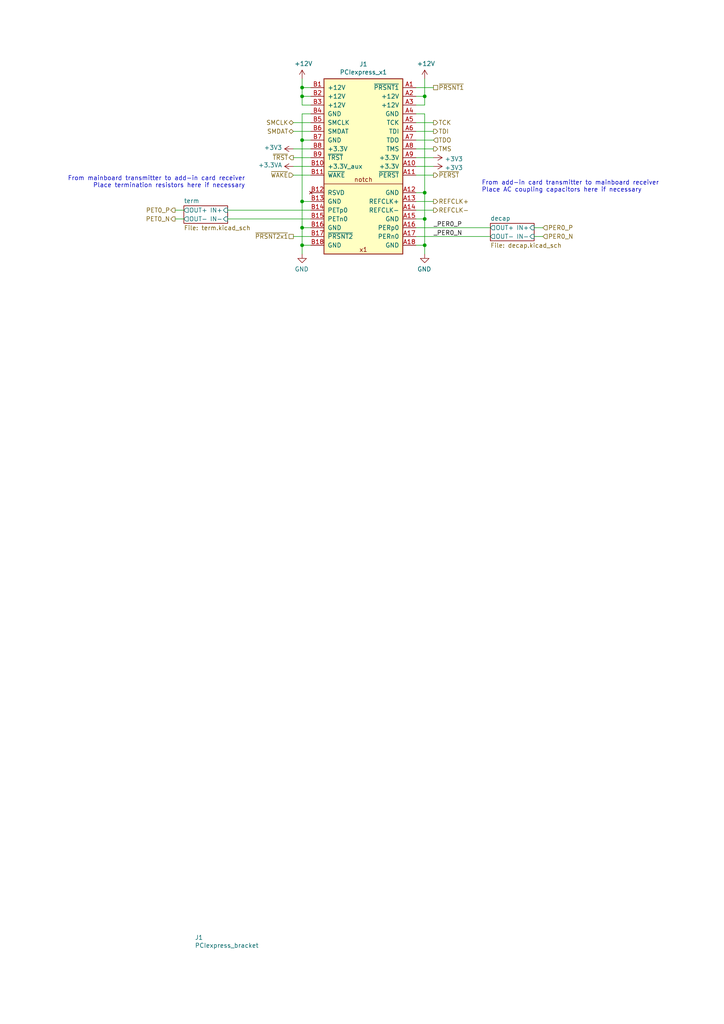
<source format=kicad_sch>
(kicad_sch (version 20250114) (generator "eeschema") (generator_version "9.0")
  (paper "A4" portrait)
  (title_block (title "PCIexpress_x1_full") (company "Author: Luca Anastasio"))
  (lib_symbols
    (symbol "PCIexpress:PCIexpress_bracket" (pin_names (offset 1.016))
      (property "Reference" "J" (at 0 0 0))
      (property "Value" "PCIexpress_bracket" (at 0 0 0))
    )
    (symbol "PCIexpress:PCIexpress_x1" (pin_names (offset 1.016))
      (property "Reference" "J" (at 0 3.81 0))
      (property "Value" "PCIexpress_x1" (at 0 1.27 0))
      (symbol "PCIexpress_x1_0_0"
        (text "notch" (at 0 -29.21 0) (effects (font (size 1.27 1.27))))
        (text "x1" (at 0 -49.53 0) (effects (font (size 1.27 1.27))))
      )
      (symbol "PCIexpress_x1_0_1"
        (polyline (pts (xy 11.43 -30.48) (xy -11.43 -30.48)))
      )
      (symbol "PCIexpress_x1_1_1"
        (rectangle (start 11.43 0) (end -11.43 -50.8) (stroke (width 0.254)) (fill (type background)))
        (pin power_out line (at -15.24 -2.54 0) (length 3.81) (name "+12V") (number "B1"))
        (pin power_out line (at -15.24 -5.08 0) (length 3.81) (name "+12V") (number "B2"))
        (pin power_out line (at -15.24 -7.62 0) (length 3.81) (name "+12V") (number "B3"))
        (pin power_out line (at -15.24 -10.16 0) (length 3.81) (name "GND") (number "B4"))
        (pin open_collector line (at -15.24 -12.7 0) (length 3.81) (name "SMCLK") (number "B5"))
        (pin open_collector line (at -15.24 -15.24 0) (length 3.81) (name "SMDAT") (number "B6"))
        (pin power_out line (at -15.24 -17.78 0) (length 3.81) (name "GND") (number "B7"))
        (pin power_out line (at -15.24 -20.32 0) (length 3.81) (name "+3.3V") (number "B8"))
        (pin output line (at -15.24 -22.86 0) (length 3.81) (name "~{TRST}") (number "B9"))
        (pin power_out line (at -15.24 -25.4 0) (length 3.81) (name "+3.3V_aux") (number "B10"))
        (pin open_collector line (at -15.24 -27.94 0) (length 3.81) (name "~{WAKE}") (number "B11"))
        (pin no_connect line (at -15.24 -33.02 0) (length 3.81) (name "RSVD") (number "B12"))
        (pin power_out line (at -15.24 -35.56 0) (length 3.81) (name "GND") (number "B13"))
        (pin output line (at -15.24 -38.1 0) (length 3.81) (name "PETp0") (number "B14"))
        (pin output line (at -15.24 -40.64 0) (length 3.81) (name "PETn0") (number "B15"))
        (pin power_out line (at -15.24 -43.18 0) (length 3.81) (name "GND") (number "B16"))
        (pin passive line (at -15.24 -45.72 0) (length 3.81) (name "~{PRSNT2}") (number "B17"))
        (pin power_out line (at -15.24 -48.26 0) (length 3.81) (name "GND") (number "B18"))
        (pin passive line (at 15.24 -2.54 180) (length 3.81) (name "~{PRSNT1}") (number "A1"))
        (pin power_out line (at 15.24 -5.08 180) (length 3.81) (name "+12V") (number "A2"))
        (pin power_out line (at 15.24 -7.62 180) (length 3.81) (name "+12V") (number "A3"))
        (pin power_out line (at 15.24 -10.16 180) (length 3.81) (name "GND") (number "A4"))
        (pin output line (at 15.24 -12.7 180) (length 3.81) (name "TCK") (number "A5"))
        (pin output line (at 15.24 -15.24 180) (length 3.81) (name "TDI") (number "A6"))
        (pin input line (at 15.24 -17.78 180) (length 3.81) (name "TDO") (number "A7"))
        (pin output line (at 15.24 -20.32 180) (length 3.81) (name "TMS") (number "A8"))
        (pin power_out line (at 15.24 -22.86 180) (length 3.81) (name "+3.3V") (number "A9"))
        (pin power_out line (at 15.24 -25.4 180) (length 3.81) (name "+3.3V") (number "A10"))
        (pin output line (at 15.24 -27.94 180) (length 3.81) (name "~{PERST}") (number "A11"))
        (pin power_out line (at 15.24 -33.02 180) (length 3.81) (name "GND") (number "A12"))
        (pin output line (at 15.24 -35.56 180) (length 3.81) (name "REFCLK+") (number "A13"))
        (pin output line (at 15.24 -38.1 180) (length 3.81) (name "REFCLK-") (number "A14"))
        (pin power_out line (at 15.24 -40.64 180) (length 3.81) (name "GND") (number "A15"))
        (pin input line (at 15.24 -43.18 180) (length 3.81) (name "PERp0") (number "A16"))
        (pin input line (at 15.24 -45.72 180) (length 3.81) (name "PERn0") (number "A17"))
        (pin power_out line (at 15.24 -48.26 180) (length 3.81) (name "GND") (number "A18"))
      )
    )
    (symbol "PCIexpress_x1_full-rescue:+3.3V-power" (power) (pin_names (offset 0))
      (property "Value" "+3.3V-power" (at 0 3.556 0))
      (symbol "+3.3V-power_0_1"
        (polyline (pts (xy -0.762 1.27) (xy 0 2.54)))
        (polyline (pts (xy 0 2.54) (xy 0.762 1.27)))
        (polyline (pts (xy 0 0) (xy 0 2.54)))
      )
      (symbol "+3.3V-power_1_1"
        (pin power_in line (at 0 0 90) (length 0) (hide yes) (name "+3V3") (number "1"))
      )
    )
    (symbol "power:+12V" (power) (pin_names (offset 0))
      (property "Value" "+12V" (at 0 3.556 0))
      (symbol "+12V_0_1"
        (polyline (pts (xy -0.762 1.27) (xy 0 2.54)))
        (polyline (pts (xy 0 2.54) (xy 0.762 1.27)))
        (polyline (pts (xy 0 0) (xy 0 2.54)))
      )
      (symbol "+12V_1_1"
        (pin power_in line (at 0 0 90) (length 0) (hide yes) (name "+12V") (number "1"))
      )
    )
    (symbol "power:+3.3VA" (power) (pin_names (offset 0))
      (property "Value" "+3.3VA" (at 0 3.556 0))
      (symbol "+3.3VA_0_1"
        (polyline (pts (xy -0.762 1.27) (xy 0 2.54)))
        (polyline (pts (xy 0 2.54) (xy 0.762 1.27)))
        (polyline (pts (xy 0 0) (xy 0 2.54)))
      )
      (symbol "+3.3VA_1_1"
        (pin power_in line (at 0 0 90) (length 0) (hide yes) (name "+3.3VA") (number "1"))
      )
    )
    (symbol "power:GND" (power) (pin_names (offset 0))
      (property "Value" "GND" (at 0 -3.81 0))
      (symbol "GND_0_1"
        (polyline (pts (xy 0 0) (xy 0 -1.27) (xy 1.27 -1.27) (xy 0 -2.54) (xy -1.27 -1.27) (xy 0 -1.27)))
      )
      (symbol "GND_1_1"
        (pin power_in line (at 0 0 270) (length 0) (hide yes) (name "GND") (number "1"))
      )
    )
  )
  (text "From add-in card transmitter to mainboard receiver\nPlace AC coupling capacitors here if necessary" (at 139.7 55.88 0) (effects (font (size 1.27 1.27)) (justify left bottom)))
  (text "From mainboard transmitter to add-in card receiver\nPlace termination resistors here if necessary" (at 71.12 54.61 0) (effects (font (size 1.27 1.27)) (justify right bottom)))
  (junction (at 87.63 25.4))
  (junction (at 87.63 58.42))
  (junction (at 123.19 63.5))
  (junction (at 87.63 66.04))
  (junction (at 123.19 27.94))
  (junction (at 123.19 71.12))
  (junction (at 123.19 55.88))
  (junction (at 87.63 71.12))
  (junction (at 87.63 27.94))
  (junction (at 87.63 40.64))
  (wire (pts (xy 90.17 25.4) (xy 87.63 25.4)))
  (wire (pts (xy 87.63 27.94) (xy 90.17 27.94)))
  (wire (pts (xy 123.19 22.86) (xy 123.19 27.94)))
  (wire (pts (xy 90.17 66.04) (xy 87.63 66.04)))
  (wire (pts (xy 90.17 68.58) (xy 85.09 68.58)))
  (wire (pts (xy 120.65 66.04) (xy 142.24 66.04)))
  (wire (pts (xy 87.63 73.66) (xy 87.63 71.12)))
  (wire (pts (xy 90.17 40.64) (xy 87.63 40.64)))
  (wire (pts (xy 120.65 25.4) (xy 125.73 25.4)))
  (wire (pts (xy 123.19 55.88) (xy 123.19 63.5)))
  (wire (pts (xy 87.63 40.64) (xy 87.63 33.02)))
  (wire (pts (xy 120.65 60.96) (xy 125.73 60.96)))
  (wire (pts (xy 120.65 58.42) (xy 125.73 58.42)))
  (wire (pts (xy 87.63 66.04) (xy 87.63 58.42)))
  (wire (pts (xy 85.09 45.72) (xy 90.17 45.72)))
  (wire (pts (xy 87.63 30.48) (xy 87.63 27.94)))
  (wire (pts (xy 120.65 40.64) (xy 125.73 40.64)))
  (wire (pts (xy 120.65 68.58) (xy 142.24 68.58)))
  (wire (pts (xy 87.63 71.12) (xy 87.63 66.04)))
  (wire (pts (xy 154.94 68.58) (xy 157.48 68.58)))
  (wire (pts (xy 120.65 43.18) (xy 125.73 43.18)))
  (wire (pts (xy 120.65 30.48) (xy 123.19 30.48)))
  (wire (pts (xy 120.65 55.88) (xy 123.19 55.88)))
  (wire (pts (xy 120.65 35.56) (xy 125.73 35.56)))
  (wire (pts (xy 66.04 63.5) (xy 90.17 63.5)))
  (wire (pts (xy 90.17 71.12) (xy 87.63 71.12)))
  (wire (pts (xy 85.09 35.56) (xy 90.17 35.56)))
  (wire (pts (xy 120.65 48.26) (xy 125.73 48.26)))
  (wire (pts (xy 123.19 33.02) (xy 120.65 33.02)))
  (wire (pts (xy 85.09 38.1) (xy 90.17 38.1)))
  (wire (pts (xy 90.17 58.42) (xy 87.63 58.42)))
  (wire (pts (xy 87.63 25.4) (xy 87.63 22.86)))
  (wire (pts (xy 87.63 27.94) (xy 87.63 25.4)))
  (wire (pts (xy 50.8 60.96) (xy 53.34 60.96)))
  (wire (pts (xy 85.09 43.18) (xy 90.17 43.18)))
  (wire (pts (xy 123.19 30.48) (xy 123.19 27.94)))
  (wire (pts (xy 123.19 27.94) (xy 120.65 27.94)))
  (wire (pts (xy 66.04 60.96) (xy 90.17 60.96)))
  (wire (pts (xy 120.65 45.72) (xy 125.73 45.72)))
  (wire (pts (xy 154.94 66.04) (xy 157.48 66.04)))
  (wire (pts (xy 90.17 30.48) (xy 87.63 30.48)))
  (wire (pts (xy 87.63 33.02) (xy 90.17 33.02)))
  (wire (pts (xy 85.09 50.8) (xy 90.17 50.8)))
  (wire (pts (xy 120.65 63.5) (xy 123.19 63.5)))
  (wire (pts (xy 120.65 71.12) (xy 123.19 71.12)))
  (wire (pts (xy 85.09 48.26) (xy 90.17 48.26)))
  (wire (pts (xy 120.65 50.8) (xy 125.73 50.8)))
  (wire (pts (xy 123.19 63.5) (xy 123.19 71.12)))
  (wire (pts (xy 50.8 63.5) (xy 53.34 63.5)))
  (wire (pts (xy 123.19 33.02) (xy 123.19 55.88)))
  (wire (pts (xy 120.65 38.1) (xy 125.73 38.1)))
  (wire (pts (xy 87.63 58.42) (xy 87.63 40.64)))
  (wire (pts (xy 123.19 73.66) (xy 123.19 71.12)))
  (label "_PER0_P" (at 125.73 66.04 0))
  (label "_PER0_N" (at 125.73 68.58 0))
  (hierarchical_label "PER0_N" (shape input) (at 157.48 68.58 0))
  (hierarchical_label "TCK" (shape output) (at 125.73 35.56 0))
  (hierarchical_label "TDO" (shape input) (at 125.73 40.64 0))
  (hierarchical_label "SMDAT" (shape bidirectional) (at 85.09 38.1 180))
  (hierarchical_label "~{WAKE}" (shape input) (at 85.09 50.8 180))
  (hierarchical_label "PET0_N" (shape output) (at 50.8 63.5 180))
  (hierarchical_label "SMCLK" (shape bidirectional) (at 85.09 35.56 180))
  (hierarchical_label "REFCLK+" (shape output) (at 125.73 58.42 0))
  (hierarchical_label "~{PRSNT1}" (shape passive) (at 125.73 25.4 0))
  (hierarchical_label "~{PRSNT2x1}" (shape passive) (at 85.09 68.58 180))
  (hierarchical_label "REFCLK-" (shape output) (at 125.73 60.96 0))
  (hierarchical_label "TMS" (shape output) (at 125.73 43.18 0))
  (hierarchical_label "~{TRST}" (shape output) (at 85.09 45.72 180))
  (hierarchical_label "TDI" (shape output) (at 125.73 38.1 0))
  (hierarchical_label "~{PERST}" (shape output) (at 125.73 50.8 0))
  (hierarchical_label "PER0_P" (shape input) (at 157.48 66.04 0))
  (hierarchical_label "PET0_P" (shape output) (at 50.8 60.96 180))
  (symbol (lib_id "PCIexpress:PCIexpress_x1") (at 105.41 22.86 0) (unit 1)
    (property "Reference" "J1" (at 105.41 18.6182 0))
    (property "Value" "PCIexpress_x1" (at 105.41 20.9296 0))
    (property "Footprint" "PCIexpress:PCIexpress_x1" (effects (hide yes)))
  )
  (symbol (lib_id "PCIexpress:PCIexpress_bracket") (at 55.88 273.05 0) (unit 1)
    (property "Reference" "J1" (at 56.515 271.8816 0) (effects (justify left)))
    (property "Value" "PCIexpress_bracket" (at 56.515 274.193 0) (effects (justify left)))
    (property "Footprint" "PCIexpress:PCIexpress_bracket_full" (effects (hide yes)))
  )
  (symbol (lib_id "power:GND") (at 87.63 73.66 0) (mirror y) (unit 1)
    (property "Reference" "#PWR0101" (effects (hide yes)))
    (property "Value" "GND" (at 87.503 78.0542 0))
  )
  (symbol (lib_id "power:GND") (at 123.19 73.66 0) (mirror y) (unit 1)
    (property "Reference" "#PWR0102" (effects (hide yes)))
    (property "Value" "GND" (at 123.063 78.0542 0))
  )
  (symbol (lib_id "PCIexpress_x1_full-rescue:+3.3V-power") (at 85.09 43.18 90) (unit 1)
    (property "Reference" "#PWR0103" (effects (hide yes)))
    (property "Value" "+3V3" (at 81.8388 42.799 90) (effects (justify left)))
  )
  (symbol (lib_id "PCIexpress_x1_full-rescue:+3.3V-power") (at 125.73 45.72 270) (unit 1)
    (property "Reference" "#PWR0104" (effects (hide yes)))
    (property "Value" "+3V3" (at 128.9812 46.101 90) (effects (justify left)))
  )
  (symbol (lib_id "PCIexpress_x1_full-rescue:+3.3V-power") (at 125.73 48.26 270) (unit 1)
    (property "Reference" "#PWR0105" (effects (hide yes)))
    (property "Value" "+3V3" (at 128.9812 48.641 90) (effects (justify left)))
  )
  (symbol (lib_id "power:+3.3VA") (at 85.09 48.26 90) (unit 1)
    (property "Reference" "#PWR0106" (effects (hide yes)))
    (property "Value" "+3.3VA" (at 81.8642 47.879 90) (effects (justify left)))
  )
  (symbol (lib_id "power:+12V") (at 87.63 22.86 0) (unit 1)
    (property "Reference" "#PWR0107" (effects (hide yes)))
    (property "Value" "+12V" (at 88.011 18.4658 0))
  )
  (symbol (lib_id "power:+12V") (at 123.19 22.86 0) (unit 1)
    (property "Reference" "#PWR0108" (effects (hide yes)))
    (property "Value" "+12V" (at 123.571 18.4658 0))
  )
  (sheet (at 53.34 59.69) (size 12.7 5.08)
    (property "Sheetname" "term" (at 53.34 58.9784 0) (effects (justify left bottom)))
    (property "Sheetfile" "term.kicad_sch" (at 53.34 65.3546 0) (effects (justify left top)))
    (pin "IN+" input (at 66.04 60.96 0))
    (pin "IN-" input (at 66.04 63.5 0))
    (pin "OUT+" output (at 53.34 60.96 180))
    (pin "OUT-" output (at 53.34 63.5 180))
  )
  (sheet (at 142.24 64.77) (size 12.7 5.08)
    (property "Sheetname" "decap" (at 142.24 64.0584 0) (effects (justify left bottom)))
    (property "Sheetfile" "decap.kicad_sch" (at 142.24 70.4346 0) (effects (justify left top)))
    (pin "IN+" input (at 154.94 66.04 0))
    (pin "OUT+" output (at 142.24 66.04 180))
    (pin "OUT-" output (at 142.24 68.58 180))
    (pin "IN-" input (at 154.94 68.58 0))
  )
)
</source>
